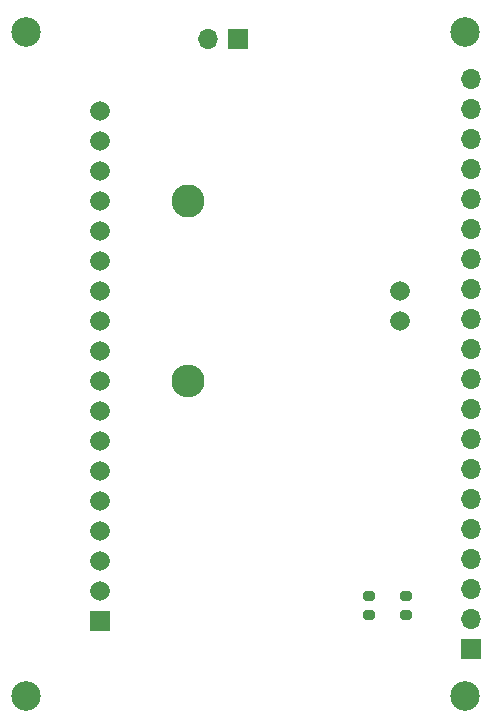
<source format=gbr>
%TF.GenerationSoftware,KiCad,Pcbnew,7.0.7*%
%TF.CreationDate,2023-09-18T17:32:58-06:00*%
%TF.ProjectId,hygienie_pcb,68796769-656e-4696-955f-7063622e6b69,00*%
%TF.SameCoordinates,Original*%
%TF.FileFunction,Soldermask,Top*%
%TF.FilePolarity,Negative*%
%FSLAX46Y46*%
G04 Gerber Fmt 4.6, Leading zero omitted, Abs format (unit mm)*
G04 Created by KiCad (PCBNEW 7.0.7) date 2023-09-18 17:32:58*
%MOMM*%
%LPD*%
G01*
G04 APERTURE LIST*
G04 Aperture macros list*
%AMRoundRect*
0 Rectangle with rounded corners*
0 $1 Rounding radius*
0 $2 $3 $4 $5 $6 $7 $8 $9 X,Y pos of 4 corners*
0 Add a 4 corners polygon primitive as box body*
4,1,4,$2,$3,$4,$5,$6,$7,$8,$9,$2,$3,0*
0 Add four circle primitives for the rounded corners*
1,1,$1+$1,$2,$3*
1,1,$1+$1,$4,$5*
1,1,$1+$1,$6,$7*
1,1,$1+$1,$8,$9*
0 Add four rect primitives between the rounded corners*
20,1,$1+$1,$2,$3,$4,$5,0*
20,1,$1+$1,$4,$5,$6,$7,0*
20,1,$1+$1,$6,$7,$8,$9,0*
20,1,$1+$1,$8,$9,$2,$3,0*%
G04 Aperture macros list end*
%ADD10C,1.665000*%
%ADD11R,1.665000X1.665000*%
%ADD12C,2.500000*%
%ADD13RoundRect,0.200000X0.275000X-0.200000X0.275000X0.200000X-0.275000X0.200000X-0.275000X-0.200000X0*%
%ADD14R,1.700000X1.700000*%
%ADD15O,1.700000X1.700000*%
%ADD16O,2.800000X2.800000*%
%ADD17C,2.800000*%
G04 APERTURE END LIST*
D10*
%TO.C,FireBeetle1*%
X125250000Y-99115000D03*
X125250000Y-101655000D03*
X99850000Y-83875000D03*
X99850000Y-86415000D03*
X99850000Y-88955000D03*
X99850000Y-91495000D03*
X99850000Y-94035000D03*
X99850000Y-96575000D03*
X99850000Y-99115000D03*
X99850000Y-101655000D03*
X99850000Y-104195000D03*
X99850000Y-106735000D03*
X99850000Y-109275000D03*
X99850000Y-111815000D03*
X99850000Y-114355000D03*
X99850000Y-116895000D03*
X99850000Y-119435000D03*
X99850000Y-121975000D03*
X99850000Y-124515000D03*
D11*
X99850000Y-127055000D03*
%TD*%
D12*
%TO.C,H4*%
X93590000Y-133370000D03*
%TD*%
%TO.C,H3*%
X93590000Y-77170000D03*
%TD*%
%TO.C,H2*%
X130690000Y-133370000D03*
%TD*%
%TO.C,H1*%
X130690000Y-77170000D03*
%TD*%
D13*
%TO.C,R2*%
X122555000Y-124905000D03*
X122555000Y-126555000D03*
%TD*%
%TO.C,R1*%
X125730000Y-124905000D03*
X125730000Y-126555000D03*
%TD*%
D14*
%TO.C,LCD1*%
X131200000Y-129390000D03*
D15*
X131200000Y-126850000D03*
X131200000Y-124310000D03*
X131200000Y-121770000D03*
X131200000Y-119230000D03*
X131200000Y-116690000D03*
X131200000Y-114150000D03*
X131200000Y-111610000D03*
X131200000Y-109070000D03*
X131200000Y-106530000D03*
X131200000Y-103990000D03*
X131200000Y-101450000D03*
X131200000Y-98910000D03*
X131200000Y-96370000D03*
X131200000Y-93830000D03*
X131200000Y-91290000D03*
X131200000Y-88750000D03*
X131200000Y-86210000D03*
X131200000Y-83670000D03*
X131200000Y-81130000D03*
%TD*%
D16*
%TO.C,SW1*%
X107250000Y-106740000D03*
D17*
X107250000Y-91500000D03*
%TD*%
D15*
%TO.C,PWR1*%
X108960000Y-77750000D03*
D14*
X111500000Y-77750000D03*
%TD*%
M02*

</source>
